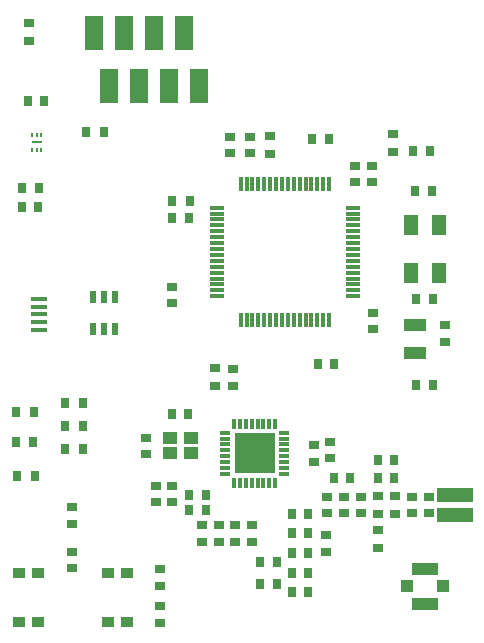
<source format=gtp>
G04 Layer_Color=8421504*
%FSLAX25Y25*%
%MOIN*%
G70*
G01*
G75*
%ADD11R,0.03150X0.03543*%
%ADD12R,0.03543X0.03150*%
%ADD13R,0.08661X0.04134*%
%ADD14R,0.04134X0.03937*%
%ADD15R,0.03543X0.02756*%
%ADD16R,0.05905X0.05000*%
%ADD17R,0.03937X0.03543*%
%ADD18R,0.05905X0.11811*%
%ADD19R,0.00787X0.01378*%
%ADD20R,0.03701X0.01024*%
%ADD21R,0.02756X0.03543*%
%ADD23R,0.05315X0.01575*%
%ADD24R,0.02362X0.03937*%
%ADD25R,0.04724X0.01181*%
%ADD26R,0.01181X0.04724*%
%ADD27R,0.04724X0.07087*%
%ADD28R,0.07480X0.04331*%
%ADD29R,0.04724X0.03937*%
%ADD30R,0.01181X0.03347*%
%ADD31R,0.03347X0.01181*%
%ADD32R,0.13583X0.13583*%
D11*
X23056Y-71100D02*
D03*
X17544D02*
D03*
X102456Y-189700D02*
D03*
X96944D02*
D03*
X102456Y-196900D02*
D03*
X96944D02*
D03*
X107544Y-199600D02*
D03*
X113056D02*
D03*
X136144Y-155500D02*
D03*
X141656D02*
D03*
Y-161600D02*
D03*
X136144D02*
D03*
X113056Y-193050D02*
D03*
X107544D02*
D03*
X25056Y-35900D02*
D03*
X19544D02*
D03*
X23156Y-64800D02*
D03*
X17644D02*
D03*
X119856Y-48700D02*
D03*
X114344D02*
D03*
X148644Y-66000D02*
D03*
X154156D02*
D03*
X154456Y-130400D02*
D03*
X148944D02*
D03*
X154456Y-102000D02*
D03*
X148944D02*
D03*
X116144Y-123400D02*
D03*
X121656D02*
D03*
X67444Y-140300D02*
D03*
X72956D02*
D03*
X73244Y-167200D02*
D03*
X78756D02*
D03*
X73244Y-172100D02*
D03*
X78756D02*
D03*
X121444Y-161400D02*
D03*
X126956D02*
D03*
X107544Y-186500D02*
D03*
X113056D02*
D03*
X107544Y-179950D02*
D03*
X113056D02*
D03*
X107544Y-173400D02*
D03*
X113056D02*
D03*
D12*
X67500Y-169656D02*
D03*
Y-164144D02*
D03*
X62200Y-169656D02*
D03*
Y-164144D02*
D03*
X77600Y-182756D02*
D03*
Y-177244D02*
D03*
X83133Y-182756D02*
D03*
Y-177244D02*
D03*
X130567Y-167744D02*
D03*
Y-173256D02*
D03*
X147467Y-167744D02*
D03*
Y-173256D02*
D03*
X153100Y-167744D02*
D03*
Y-173256D02*
D03*
X134400Y-111956D02*
D03*
Y-106444D02*
D03*
X67700Y-97744D02*
D03*
Y-103256D02*
D03*
X86900Y-47844D02*
D03*
Y-53356D02*
D03*
X93550Y-47844D02*
D03*
Y-53356D02*
D03*
X128400Y-57444D02*
D03*
Y-62956D02*
D03*
X134100Y-57444D02*
D03*
Y-62956D02*
D03*
X158500Y-116156D02*
D03*
Y-110644D02*
D03*
X58900Y-148144D02*
D03*
Y-153656D02*
D03*
X34300Y-191556D02*
D03*
Y-186044D02*
D03*
X63600Y-209856D02*
D03*
Y-204344D02*
D03*
X88667Y-182756D02*
D03*
Y-177244D02*
D03*
X94200Y-182756D02*
D03*
Y-177244D02*
D03*
X115000Y-150544D02*
D03*
Y-156056D02*
D03*
X120300Y-149444D02*
D03*
Y-154956D02*
D03*
X119000Y-186156D02*
D03*
Y-180644D02*
D03*
X124933Y-173256D02*
D03*
Y-167744D02*
D03*
X119300Y-173256D02*
D03*
Y-167744D02*
D03*
D13*
X151900Y-191793D02*
D03*
Y-203407D02*
D03*
D14*
X145896Y-197600D02*
D03*
X157924D02*
D03*
D15*
X136240Y-178947D02*
D03*
Y-184853D02*
D03*
X136200Y-167547D02*
D03*
Y-173453D02*
D03*
X141833Y-167547D02*
D03*
Y-173453D02*
D03*
X19741Y-9947D02*
D03*
Y-15853D02*
D03*
X100200Y-47647D02*
D03*
Y-53553D02*
D03*
X141100Y-46888D02*
D03*
Y-52794D02*
D03*
X82000Y-130853D02*
D03*
Y-124947D02*
D03*
X87800Y-130953D02*
D03*
Y-125047D02*
D03*
X34300Y-176953D02*
D03*
Y-171047D02*
D03*
X63600Y-191747D02*
D03*
Y-197653D02*
D03*
D16*
X164756Y-174016D02*
D03*
Y-167047D02*
D03*
X159047Y-174016D02*
D03*
Y-167047D02*
D03*
D17*
X46150Y-209471D02*
D03*
X52450D02*
D03*
Y-193329D02*
D03*
X46150D02*
D03*
X16450Y-209471D02*
D03*
X22750D02*
D03*
Y-193329D02*
D03*
X16450D02*
D03*
D18*
X76400Y-30758D02*
D03*
X66400D02*
D03*
X56400D02*
D03*
X46400D02*
D03*
X71400Y-13042D02*
D03*
X61400D02*
D03*
X51400D02*
D03*
X41400D02*
D03*
D19*
X23975Y-47220D02*
D03*
X22400D02*
D03*
X20825D02*
D03*
X23975Y-52180D02*
D03*
X22400D02*
D03*
X20825D02*
D03*
D20*
X22400Y-49700D02*
D03*
D21*
X44753Y-46200D02*
D03*
X38847D02*
D03*
X67447Y-75000D02*
D03*
X73353D02*
D03*
X67547Y-69100D02*
D03*
X73453D02*
D03*
X147747Y-52400D02*
D03*
X153653D02*
D03*
X21453Y-139500D02*
D03*
X15547D02*
D03*
X21353Y-149500D02*
D03*
X15447D02*
D03*
X21953Y-160900D02*
D03*
X16047D02*
D03*
X37753Y-136700D02*
D03*
X31847D02*
D03*
X37753Y-151800D02*
D03*
X31847D02*
D03*
X37753Y-144250D02*
D03*
X31847D02*
D03*
D23*
X23132Y-101854D02*
D03*
Y-109531D02*
D03*
Y-112091D02*
D03*
Y-104413D02*
D03*
Y-106972D02*
D03*
D24*
X41160Y-111815D02*
D03*
X44900D02*
D03*
X48640D02*
D03*
X41160Y-101185D02*
D03*
X48640D02*
D03*
X44900D02*
D03*
D25*
X127838Y-100964D02*
D03*
Y-98995D02*
D03*
Y-97027D02*
D03*
Y-95058D02*
D03*
Y-93090D02*
D03*
Y-91121D02*
D03*
Y-89153D02*
D03*
Y-87184D02*
D03*
Y-85216D02*
D03*
Y-83247D02*
D03*
Y-81279D02*
D03*
Y-79310D02*
D03*
Y-77342D02*
D03*
Y-75373D02*
D03*
Y-73405D02*
D03*
Y-71436D02*
D03*
X82562D02*
D03*
Y-73405D02*
D03*
Y-75373D02*
D03*
Y-77342D02*
D03*
Y-79310D02*
D03*
Y-81279D02*
D03*
Y-83247D02*
D03*
Y-85216D02*
D03*
Y-87184D02*
D03*
Y-89153D02*
D03*
Y-91121D02*
D03*
Y-93090D02*
D03*
Y-95058D02*
D03*
Y-97027D02*
D03*
Y-98995D02*
D03*
Y-100964D02*
D03*
D26*
X119964Y-63562D02*
D03*
X117995D02*
D03*
X116027D02*
D03*
X114058D02*
D03*
X112090D02*
D03*
X110121D02*
D03*
X108153D02*
D03*
X106184D02*
D03*
X104216D02*
D03*
X102247D02*
D03*
X100279D02*
D03*
X98310D02*
D03*
X96342D02*
D03*
X94373D02*
D03*
X92405D02*
D03*
X90436D02*
D03*
Y-108838D02*
D03*
X92405D02*
D03*
X94373D02*
D03*
X96342D02*
D03*
X98310D02*
D03*
X100279D02*
D03*
X102247D02*
D03*
X104216D02*
D03*
X106184D02*
D03*
X108153D02*
D03*
X110121D02*
D03*
X112090D02*
D03*
X114058D02*
D03*
X116027D02*
D03*
X117995D02*
D03*
X119964D02*
D03*
D27*
X147176Y-77326D02*
D03*
X156624D02*
D03*
X147176Y-93074D02*
D03*
X156624D02*
D03*
D28*
X148600Y-110376D02*
D03*
Y-119824D02*
D03*
D29*
X67054Y-148241D02*
D03*
X73747D02*
D03*
X73747Y-153359D02*
D03*
X67054D02*
D03*
D30*
X88210Y-163044D02*
D03*
X90179D02*
D03*
X92147D02*
D03*
X94116D02*
D03*
X96084D02*
D03*
X98053D02*
D03*
X100021D02*
D03*
X101990D02*
D03*
Y-143556D02*
D03*
X100021D02*
D03*
X98053D02*
D03*
X96084D02*
D03*
X94116D02*
D03*
X92147D02*
D03*
X90179D02*
D03*
X88210D02*
D03*
D31*
X104844Y-160190D02*
D03*
Y-158221D02*
D03*
Y-156253D02*
D03*
Y-154284D02*
D03*
Y-152316D02*
D03*
Y-150347D02*
D03*
Y-148379D02*
D03*
Y-146410D02*
D03*
X85356D02*
D03*
Y-148379D02*
D03*
Y-150347D02*
D03*
Y-152316D02*
D03*
Y-154284D02*
D03*
Y-156253D02*
D03*
Y-158221D02*
D03*
Y-160190D02*
D03*
D32*
X95100Y-153300D02*
D03*
M02*

</source>
